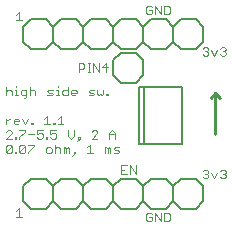
<source format=gto>
G75*
%MOIN*%
%OFA0B0*%
%FSLAX24Y24*%
%IPPOS*%
%LPD*%
%AMOC8*
5,1,8,0,0,1.08239X$1,22.5*
%
%ADD10C,0.0040*%
%ADD11C,0.0100*%
%ADD12C,0.0080*%
%ADD13C,0.0060*%
D10*
X000889Y000594D02*
X001076Y000594D01*
X000982Y000594D02*
X000982Y000874D01*
X000889Y000781D01*
X002754Y002616D02*
X002848Y002710D01*
X002801Y002710D01*
X002801Y002757D01*
X002848Y002757D01*
X002848Y002710D01*
X002647Y002710D02*
X002647Y002850D01*
X002600Y002897D01*
X002553Y002850D01*
X002553Y002710D01*
X002460Y002710D02*
X002460Y002897D01*
X002506Y002897D01*
X002553Y002850D01*
X002352Y002850D02*
X002352Y002710D01*
X002352Y002850D02*
X002305Y002897D01*
X002212Y002897D01*
X002165Y002850D01*
X002057Y002850D02*
X002057Y002757D01*
X002011Y002710D01*
X001917Y002710D01*
X001870Y002757D01*
X001870Y002850D01*
X001917Y002897D01*
X002011Y002897D01*
X002057Y002850D01*
X002165Y002990D02*
X002165Y002710D01*
X002158Y003190D02*
X002064Y003190D01*
X002018Y003237D01*
X002018Y003330D02*
X002111Y003377D01*
X002158Y003377D01*
X002205Y003330D01*
X002205Y003237D01*
X002158Y003190D01*
X002018Y003330D02*
X002018Y003470D01*
X002205Y003470D01*
X002163Y003670D02*
X002116Y003670D01*
X002116Y003717D01*
X002163Y003717D01*
X002163Y003670D01*
X002263Y003670D02*
X002450Y003670D01*
X002357Y003670D02*
X002357Y003950D01*
X002263Y003857D01*
X002008Y003670D02*
X001821Y003670D01*
X001915Y003670D02*
X001915Y003950D01*
X001821Y003857D01*
X001763Y003470D02*
X001576Y003470D01*
X001576Y003330D01*
X001669Y003377D01*
X001716Y003377D01*
X001763Y003330D01*
X001763Y003237D01*
X001716Y003190D01*
X001622Y003190D01*
X001576Y003237D01*
X001468Y003330D02*
X001281Y003330D01*
X001173Y003423D02*
X000986Y003237D01*
X000986Y003190D01*
X000886Y003190D02*
X000886Y003237D01*
X000839Y003237D01*
X000839Y003190D01*
X000886Y003190D01*
X000731Y003190D02*
X000544Y003190D01*
X000731Y003377D01*
X000731Y003423D01*
X000685Y003470D01*
X000591Y003470D01*
X000544Y003423D01*
X000544Y003670D02*
X000544Y003857D01*
X000544Y003763D02*
X000638Y003857D01*
X000685Y003857D01*
X000790Y003810D02*
X000790Y003717D01*
X000837Y003670D01*
X000930Y003670D01*
X000977Y003763D02*
X000790Y003763D01*
X000790Y003810D02*
X000837Y003857D01*
X000930Y003857D01*
X000977Y003810D01*
X000977Y003763D01*
X001085Y003857D02*
X001178Y003670D01*
X001272Y003857D01*
X001379Y003717D02*
X001426Y003717D01*
X001426Y003670D01*
X001379Y003670D01*
X001379Y003717D01*
X001173Y003470D02*
X001173Y003423D01*
X001173Y003470D02*
X000986Y003470D01*
X001033Y002990D02*
X001127Y002990D01*
X001173Y002943D01*
X000986Y002757D01*
X001033Y002710D01*
X001127Y002710D01*
X001173Y002757D01*
X001173Y002943D01*
X001281Y002990D02*
X001468Y002990D01*
X001468Y002943D01*
X001281Y002757D01*
X001281Y002710D01*
X000986Y002757D02*
X000986Y002943D01*
X001033Y002990D01*
X000886Y002757D02*
X000886Y002710D01*
X000839Y002710D01*
X000839Y002757D01*
X000886Y002757D01*
X000731Y002757D02*
X000731Y002943D01*
X000544Y002757D01*
X000591Y002710D01*
X000685Y002710D01*
X000731Y002757D01*
X000731Y002943D02*
X000685Y002990D01*
X000591Y002990D01*
X000544Y002943D01*
X000544Y002757D01*
X001870Y003190D02*
X001917Y003190D01*
X001917Y003237D01*
X001870Y003237D01*
X001870Y003190D01*
X002607Y003283D02*
X002700Y003190D01*
X002794Y003283D01*
X002794Y003470D01*
X002607Y003470D02*
X002607Y003283D01*
X002948Y003237D02*
X002948Y003190D01*
X002995Y003190D01*
X002995Y003237D01*
X002948Y003237D01*
X002995Y003190D02*
X002902Y003096D01*
X003245Y002897D02*
X003339Y002990D01*
X003339Y002710D01*
X003432Y002710D02*
X003245Y002710D01*
X003393Y003190D02*
X003580Y003377D01*
X003580Y003423D01*
X003533Y003470D01*
X003439Y003470D01*
X003393Y003423D01*
X003393Y003190D02*
X003580Y003190D01*
X003835Y002897D02*
X003881Y002897D01*
X003928Y002850D01*
X003975Y002897D01*
X004022Y002850D01*
X004022Y002710D01*
X003928Y002710D02*
X003928Y002850D01*
X003835Y002897D02*
X003835Y002710D01*
X004129Y002710D02*
X004270Y002710D01*
X004316Y002757D01*
X004270Y002803D01*
X004176Y002803D01*
X004129Y002850D01*
X004176Y002897D01*
X004316Y002897D01*
X004169Y003190D02*
X004169Y003377D01*
X004076Y003470D01*
X003982Y003377D01*
X003982Y003190D01*
X003982Y003330D02*
X004169Y003330D01*
X004383Y002301D02*
X004383Y002021D01*
X004570Y002021D01*
X004678Y002021D02*
X004678Y002301D01*
X004865Y002021D01*
X004865Y002301D01*
X004570Y002301D02*
X004383Y002301D01*
X004383Y002161D02*
X004476Y002161D01*
X005266Y000726D02*
X005220Y000680D01*
X005220Y000493D01*
X005266Y000446D01*
X005360Y000446D01*
X005407Y000493D01*
X005407Y000586D01*
X005313Y000586D01*
X005407Y000680D02*
X005360Y000726D01*
X005266Y000726D01*
X005514Y000726D02*
X005701Y000446D01*
X005701Y000726D01*
X005809Y000726D02*
X005949Y000726D01*
X005996Y000680D01*
X005996Y000493D01*
X005949Y000446D01*
X005809Y000446D01*
X005809Y000726D01*
X005514Y000726D02*
X005514Y000446D01*
X007090Y001920D02*
X007136Y001873D01*
X007230Y001873D01*
X007277Y001920D01*
X007277Y001967D01*
X007230Y002013D01*
X007183Y002013D01*
X007230Y002013D02*
X007277Y002060D01*
X007277Y002107D01*
X007230Y002153D01*
X007136Y002153D01*
X007090Y002107D01*
X007384Y002060D02*
X007478Y001873D01*
X007571Y002060D01*
X007679Y002107D02*
X007726Y002153D01*
X007819Y002153D01*
X007866Y002107D01*
X007866Y002060D01*
X007819Y002013D01*
X007866Y001967D01*
X007866Y001920D01*
X007819Y001873D01*
X007726Y001873D01*
X007679Y001920D01*
X007772Y002013D02*
X007819Y002013D01*
X003931Y004630D02*
X003884Y004630D01*
X003884Y004677D01*
X003931Y004677D01*
X003931Y004630D01*
X003776Y004677D02*
X003776Y004817D01*
X003776Y004677D02*
X003729Y004630D01*
X003683Y004677D01*
X003636Y004630D01*
X003589Y004677D01*
X003589Y004817D01*
X003481Y004817D02*
X003341Y004817D01*
X003295Y004770D01*
X003341Y004723D01*
X003435Y004723D01*
X003481Y004677D01*
X003435Y004630D01*
X003295Y004630D01*
X002892Y004723D02*
X002705Y004723D01*
X002705Y004677D02*
X002705Y004770D01*
X002752Y004817D01*
X002845Y004817D01*
X002892Y004770D01*
X002892Y004723D01*
X002845Y004630D02*
X002752Y004630D01*
X002705Y004677D01*
X002597Y004630D02*
X002457Y004630D01*
X002411Y004677D01*
X002411Y004770D01*
X002457Y004817D01*
X002597Y004817D01*
X002597Y004910D02*
X002597Y004630D01*
X002308Y004630D02*
X002214Y004630D01*
X002261Y004630D02*
X002261Y004817D01*
X002214Y004817D01*
X002106Y004817D02*
X001966Y004817D01*
X001920Y004770D01*
X001966Y004723D01*
X002060Y004723D01*
X002106Y004677D01*
X002060Y004630D01*
X001920Y004630D01*
X002261Y004910D02*
X002261Y004957D01*
X002964Y005426D02*
X002964Y005706D01*
X003104Y005706D01*
X003150Y005659D01*
X003150Y005566D01*
X003104Y005519D01*
X002964Y005519D01*
X003258Y005426D02*
X003352Y005426D01*
X003305Y005426D02*
X003305Y005706D01*
X003258Y005706D02*
X003352Y005706D01*
X003455Y005706D02*
X003641Y005426D01*
X003641Y005706D01*
X003749Y005566D02*
X003936Y005566D01*
X003889Y005706D02*
X003749Y005566D01*
X003889Y005426D02*
X003889Y005706D01*
X003455Y005706D02*
X003455Y005426D01*
X001517Y004770D02*
X001517Y004630D01*
X001517Y004770D02*
X001470Y004817D01*
X001377Y004817D01*
X001330Y004770D01*
X001222Y004817D02*
X001222Y004583D01*
X001176Y004536D01*
X001129Y004536D01*
X001082Y004630D02*
X001222Y004630D01*
X001082Y004630D02*
X001036Y004677D01*
X001036Y004770D01*
X001082Y004817D01*
X001222Y004817D01*
X001330Y004910D02*
X001330Y004630D01*
X000933Y004630D02*
X000839Y004630D01*
X000886Y004630D02*
X000886Y004817D01*
X000839Y004817D01*
X000886Y004910D02*
X000886Y004957D01*
X000731Y004770D02*
X000731Y004630D01*
X000731Y004770D02*
X000685Y004817D01*
X000591Y004817D01*
X000544Y004770D01*
X000544Y004910D02*
X000544Y004630D01*
X000889Y007139D02*
X001076Y007139D01*
X000982Y007139D02*
X000982Y007419D01*
X000889Y007326D01*
X005220Y007383D02*
X005266Y007336D01*
X005360Y007336D01*
X005407Y007383D01*
X005407Y007476D01*
X005313Y007476D01*
X005220Y007569D02*
X005220Y007383D01*
X005220Y007569D02*
X005266Y007616D01*
X005360Y007616D01*
X005407Y007569D01*
X005514Y007616D02*
X005701Y007336D01*
X005701Y007616D01*
X005809Y007616D02*
X005949Y007616D01*
X005996Y007569D01*
X005996Y007383D01*
X005949Y007336D01*
X005809Y007336D01*
X005809Y007616D01*
X005514Y007616D02*
X005514Y007336D01*
X007090Y006191D02*
X007136Y006238D01*
X007230Y006238D01*
X007277Y006191D01*
X007277Y006145D01*
X007230Y006098D01*
X007277Y006051D01*
X007277Y006005D01*
X007230Y005958D01*
X007136Y005958D01*
X007090Y006005D01*
X007183Y006098D02*
X007230Y006098D01*
X007384Y006145D02*
X007478Y005958D01*
X007571Y006145D01*
X007679Y006191D02*
X007726Y006238D01*
X007819Y006238D01*
X007866Y006191D01*
X007866Y006145D01*
X007819Y006098D01*
X007866Y006051D01*
X007866Y006005D01*
X007819Y005958D01*
X007726Y005958D01*
X007679Y006005D01*
X007772Y006098D02*
X007819Y006098D01*
D11*
X007513Y004708D02*
X007365Y004560D01*
X007513Y004708D02*
X007660Y004560D01*
X007513Y004708D02*
X007513Y003330D01*
D12*
X006400Y003024D02*
X006400Y004914D01*
X005141Y004914D01*
X005141Y003024D01*
X004983Y003024D01*
X004983Y004914D01*
X005141Y004914D01*
X005141Y003024D02*
X006400Y003024D01*
D13*
X006367Y001861D02*
X006117Y001611D01*
X006117Y001111D01*
X006367Y000861D01*
X006867Y000861D01*
X007117Y001111D01*
X007117Y001611D01*
X006867Y001861D01*
X006367Y001861D01*
X006117Y001611D02*
X005867Y001861D01*
X005367Y001861D01*
X005117Y001611D01*
X005117Y001111D01*
X005367Y000861D01*
X005867Y000861D01*
X006117Y001111D01*
X005117Y001111D02*
X004867Y000861D01*
X004367Y000861D01*
X004117Y001111D01*
X003867Y000861D01*
X003367Y000861D01*
X003117Y001111D01*
X002867Y000861D01*
X002367Y000861D01*
X002117Y001111D01*
X001867Y000861D01*
X001367Y000861D01*
X001117Y001111D01*
X001117Y001611D01*
X001367Y001861D01*
X001867Y001861D01*
X002117Y001611D01*
X002367Y001861D01*
X002867Y001861D01*
X003117Y001611D01*
X003117Y001111D01*
X003117Y001611D02*
X003367Y001861D01*
X003867Y001861D01*
X004117Y001611D01*
X004367Y001861D01*
X004867Y001861D01*
X005117Y001611D01*
X004117Y001611D02*
X004117Y001111D01*
X002117Y001111D02*
X002117Y001611D01*
X004367Y005053D02*
X004867Y005053D01*
X005117Y005303D01*
X005117Y005803D01*
X004867Y006053D01*
X004367Y006053D01*
X004117Y005803D01*
X004117Y005303D01*
X004367Y005053D01*
X004367Y006176D02*
X004867Y006176D01*
X005117Y006426D01*
X005367Y006176D01*
X005867Y006176D01*
X006117Y006426D01*
X006367Y006176D01*
X006867Y006176D01*
X007117Y006426D01*
X007117Y006926D01*
X006867Y007176D01*
X006367Y007176D01*
X006117Y006926D01*
X006117Y006426D01*
X006117Y006926D02*
X005867Y007176D01*
X005367Y007176D01*
X005117Y006926D01*
X005117Y006426D01*
X005117Y006926D02*
X004867Y007176D01*
X004367Y007176D01*
X004117Y006926D01*
X004117Y006426D01*
X004367Y006176D01*
X004117Y006426D02*
X003867Y006176D01*
X003367Y006176D01*
X003117Y006426D01*
X002867Y006176D01*
X002367Y006176D01*
X002117Y006426D01*
X001867Y006176D01*
X001367Y006176D01*
X001117Y006426D01*
X001117Y006926D01*
X001367Y007176D01*
X001867Y007176D01*
X002117Y006926D01*
X002367Y007176D01*
X002867Y007176D01*
X003117Y006926D01*
X003117Y006426D01*
X003117Y006926D02*
X003367Y007176D01*
X003867Y007176D01*
X004117Y006926D01*
X002117Y006926D02*
X002117Y006426D01*
M02*

</source>
